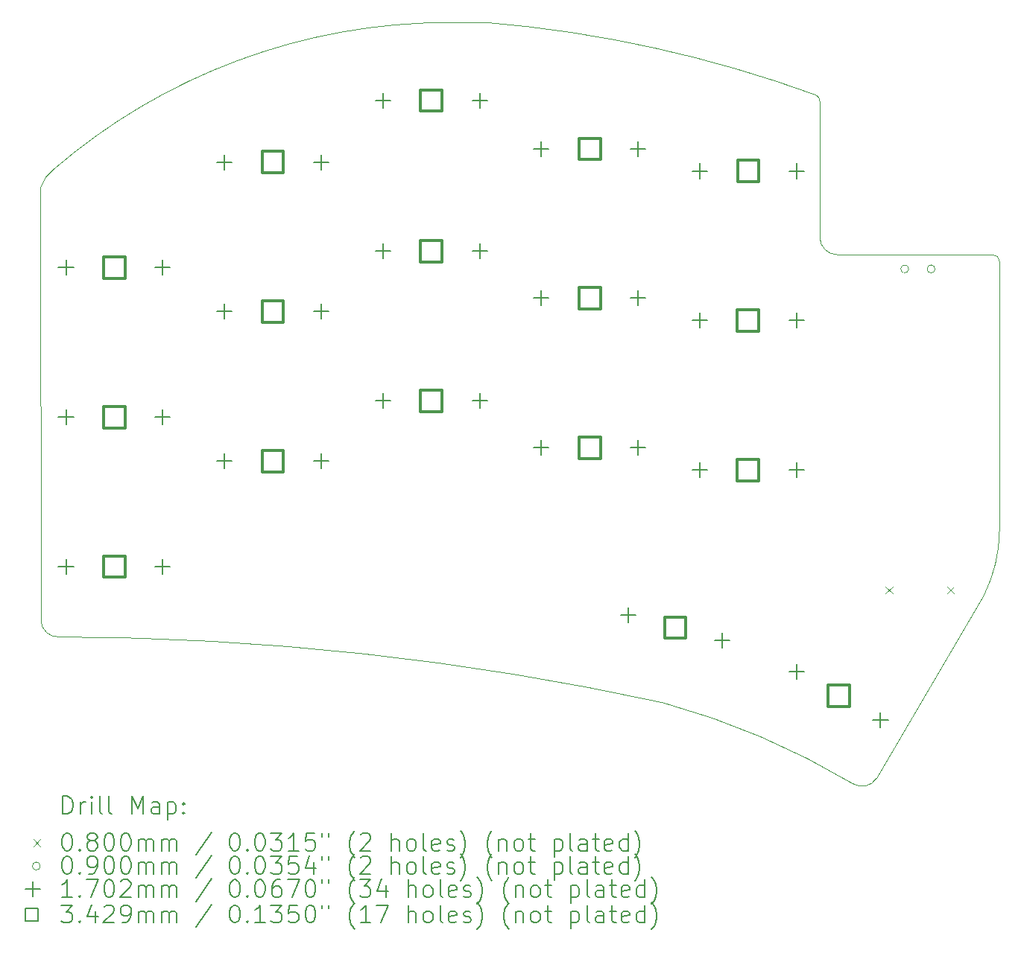
<source format=gbr>
%FSLAX45Y45*%
G04 Gerber Fmt 4.5, Leading zero omitted, Abs format (unit mm)*
G04 Created by KiCad (PCBNEW 6.99.0-a9ca49a600~144~ubuntu20.04.1) date 2022-01-03 10:19:23*
%MOMM*%
%LPD*%
G01*
G04 APERTURE LIST*
%TA.AperFunction,Profile*%
%ADD10C,0.050000*%
%TD*%
%ADD11C,0.200000*%
%ADD12C,0.080000*%
%ADD13C,0.090000*%
%ADD14C,0.170180*%
%ADD15C,0.342900*%
G04 APERTURE END LIST*
D10*
X12764700Y-6985000D02*
X12763500Y-7598785D01*
X12763500Y-6248400D02*
X12764700Y-6985000D01*
X6929178Y-1820068D02*
X6509039Y-1820614D01*
X12588830Y-8331200D02*
G75*
G03*
X12763500Y-7598785I-1502716J745410D01*
G01*
X12588830Y-8331200D02*
X11367000Y-10414927D01*
X6509039Y-1820614D02*
G75*
G03*
X2011700Y-3496300I0J-6873000D01*
G01*
X10925700Y-4461492D02*
X12688500Y-4461200D01*
X10722200Y-4268400D02*
X10722205Y-2713742D01*
X12763500Y-4536200D02*
X12763500Y-6248400D01*
X1873025Y-8624502D02*
G75*
G03*
X2076800Y-8808112I197800J14642D01*
G01*
X8940913Y-9556195D02*
G75*
G03*
X2076800Y-8808112I-6921917J-31647551D01*
G01*
X11093800Y-10474800D02*
G75*
G03*
X11367000Y-10414927I107000J165000D01*
G01*
X10678729Y-2645689D02*
G75*
G03*
X6929178Y-1820068I-4944285J-13527341D01*
G01*
X10722200Y-4268400D02*
G75*
G03*
X10925700Y-4461492I200000J7000D01*
G01*
X2011700Y-3496300D02*
G75*
G03*
X1869005Y-3697670I244500J-324500D01*
G01*
X11093800Y-10474800D02*
G75*
G03*
X8940913Y-9556195I-4431600J-7404000D01*
G01*
X10722205Y-2713742D02*
G75*
G03*
X10678729Y-2645689I-75000J0D01*
G01*
X1869005Y-3697670D02*
X1873025Y-8624502D01*
X12763500Y-4536200D02*
G75*
G03*
X12688500Y-4461200I-75000J0D01*
G01*
D11*
D12*
X11469800Y-8235000D02*
X11549800Y-8315000D01*
X11549800Y-8235000D02*
X11469800Y-8315000D01*
X12169800Y-8235000D02*
X12249800Y-8315000D01*
X12249800Y-8235000D02*
X12169800Y-8315000D01*
D13*
X11731400Y-4622800D02*
G75*
G03*
X11731400Y-4622800I-45000J0D01*
G01*
X12031400Y-4622800D02*
G75*
G03*
X12031400Y-4622800I-45000J0D01*
G01*
D14*
X2158000Y-4522910D02*
X2158000Y-4693090D01*
X2072910Y-4608000D02*
X2243090Y-4608000D01*
X2158000Y-6222910D02*
X2158000Y-6393090D01*
X2072910Y-6308000D02*
X2243090Y-6308000D01*
X2158000Y-7922910D02*
X2158000Y-8093090D01*
X2072910Y-8008000D02*
X2243090Y-8008000D01*
X3258000Y-4522910D02*
X3258000Y-4693090D01*
X3172910Y-4608000D02*
X3343090Y-4608000D01*
X3258000Y-6222910D02*
X3258000Y-6393090D01*
X3172910Y-6308000D02*
X3343090Y-6308000D01*
X3258000Y-7922910D02*
X3258000Y-8093090D01*
X3172910Y-8008000D02*
X3343090Y-8008000D01*
X3958000Y-3322910D02*
X3958000Y-3493090D01*
X3872910Y-3408000D02*
X4043090Y-3408000D01*
X3958000Y-5020310D02*
X3958000Y-5190490D01*
X3872910Y-5105400D02*
X4043090Y-5105400D01*
X3958000Y-6722110D02*
X3958000Y-6892290D01*
X3872910Y-6807200D02*
X4043090Y-6807200D01*
X5058000Y-3322910D02*
X5058000Y-3493090D01*
X4972910Y-3408000D02*
X5143090Y-3408000D01*
X5058000Y-5020310D02*
X5058000Y-5190490D01*
X4972910Y-5105400D02*
X5143090Y-5105400D01*
X5058000Y-6722110D02*
X5058000Y-6892290D01*
X4972910Y-6807200D02*
X5143090Y-6807200D01*
X5758000Y-2622910D02*
X5758000Y-2793090D01*
X5672910Y-2708000D02*
X5843090Y-2708000D01*
X5758000Y-4334510D02*
X5758000Y-4504690D01*
X5672910Y-4419600D02*
X5843090Y-4419600D01*
X5758000Y-6036310D02*
X5758000Y-6206490D01*
X5672910Y-6121400D02*
X5843090Y-6121400D01*
X6858000Y-2622910D02*
X6858000Y-2793090D01*
X6772910Y-2708000D02*
X6943090Y-2708000D01*
X6858000Y-4334510D02*
X6858000Y-4504690D01*
X6772910Y-4419600D02*
X6943090Y-4419600D01*
X6858000Y-6036310D02*
X6858000Y-6206490D01*
X6772910Y-6121400D02*
X6943090Y-6121400D01*
X7558000Y-3172910D02*
X7558000Y-3343090D01*
X7472910Y-3258000D02*
X7643090Y-3258000D01*
X7558000Y-4867910D02*
X7558000Y-5038090D01*
X7472910Y-4953000D02*
X7643090Y-4953000D01*
X7558000Y-6569710D02*
X7558000Y-6739890D01*
X7472910Y-6654800D02*
X7643090Y-6654800D01*
X8548341Y-8475560D02*
X8548341Y-8645740D01*
X8463251Y-8560650D02*
X8633431Y-8560650D01*
X8658000Y-3172910D02*
X8658000Y-3343090D01*
X8572910Y-3258000D02*
X8743090Y-3258000D01*
X8658000Y-4867910D02*
X8658000Y-5038090D01*
X8572910Y-4953000D02*
X8743090Y-4953000D01*
X8658000Y-6569710D02*
X8658000Y-6739890D01*
X8572910Y-6654800D02*
X8743090Y-6654800D01*
X9356000Y-5121910D02*
X9356000Y-5292090D01*
X9270910Y-5207000D02*
X9441090Y-5207000D01*
X9356000Y-6823710D02*
X9356000Y-6993890D01*
X9270910Y-6908800D02*
X9441090Y-6908800D01*
X9358000Y-3422910D02*
X9358000Y-3593090D01*
X9272910Y-3508000D02*
X9443090Y-3508000D01*
X9610859Y-8760261D02*
X9610859Y-8930441D01*
X9525769Y-8845351D02*
X9695949Y-8845351D01*
X10456000Y-5121910D02*
X10456000Y-5292090D01*
X10370910Y-5207000D02*
X10541090Y-5207000D01*
X10456000Y-6823710D02*
X10456000Y-6993890D01*
X10370910Y-6908800D02*
X10541090Y-6908800D01*
X10458000Y-3422910D02*
X10458000Y-3593090D01*
X10372910Y-3508000D02*
X10543090Y-3508000D01*
X10459286Y-9117910D02*
X10459286Y-9288090D01*
X10374196Y-9203000D02*
X10544376Y-9203000D01*
X11411914Y-9667910D02*
X11411914Y-9838090D01*
X11326824Y-9753000D02*
X11497004Y-9753000D01*
D15*
X2829235Y-4729235D02*
X2829235Y-4486765D01*
X2586765Y-4486765D01*
X2586765Y-4729235D01*
X2829235Y-4729235D01*
X2829235Y-6429235D02*
X2829235Y-6186765D01*
X2586765Y-6186765D01*
X2586765Y-6429235D01*
X2829235Y-6429235D01*
X2829235Y-8129235D02*
X2829235Y-7886765D01*
X2586765Y-7886765D01*
X2586765Y-8129235D01*
X2829235Y-8129235D01*
X4629235Y-3529235D02*
X4629235Y-3286765D01*
X4386765Y-3286765D01*
X4386765Y-3529235D01*
X4629235Y-3529235D01*
X4629235Y-5226635D02*
X4629235Y-4984165D01*
X4386765Y-4984165D01*
X4386765Y-5226635D01*
X4629235Y-5226635D01*
X4629235Y-6928435D02*
X4629235Y-6685965D01*
X4386765Y-6685965D01*
X4386765Y-6928435D01*
X4629235Y-6928435D01*
X6429235Y-2829235D02*
X6429235Y-2586765D01*
X6186765Y-2586765D01*
X6186765Y-2829235D01*
X6429235Y-2829235D01*
X6429235Y-4540835D02*
X6429235Y-4298365D01*
X6186765Y-4298365D01*
X6186765Y-4540835D01*
X6429235Y-4540835D01*
X6429235Y-6242635D02*
X6429235Y-6000165D01*
X6186765Y-6000165D01*
X6186765Y-6242635D01*
X6429235Y-6242635D01*
X8229235Y-3379235D02*
X8229235Y-3136765D01*
X7986765Y-3136765D01*
X7986765Y-3379235D01*
X8229235Y-3379235D01*
X8229235Y-5074235D02*
X8229235Y-4831765D01*
X7986765Y-4831765D01*
X7986765Y-5074235D01*
X8229235Y-5074235D01*
X8229235Y-6776035D02*
X8229235Y-6533565D01*
X7986765Y-6533565D01*
X7986765Y-6776035D01*
X8229235Y-6776035D01*
X9200835Y-8824235D02*
X9200835Y-8581765D01*
X8958365Y-8581765D01*
X8958365Y-8824235D01*
X9200835Y-8824235D01*
X10027235Y-5328235D02*
X10027235Y-5085765D01*
X9784765Y-5085765D01*
X9784765Y-5328235D01*
X10027235Y-5328235D01*
X10027235Y-7030035D02*
X10027235Y-6787565D01*
X9784765Y-6787565D01*
X9784765Y-7030035D01*
X10027235Y-7030035D01*
X10029235Y-3629235D02*
X10029235Y-3386765D01*
X9786765Y-3386765D01*
X9786765Y-3629235D01*
X10029235Y-3629235D01*
X11056835Y-9599235D02*
X11056835Y-9356765D01*
X10814365Y-9356765D01*
X10814365Y-9599235D01*
X11056835Y-9599235D01*
D11*
X2124125Y-10819433D02*
X2124125Y-10619433D01*
X2171744Y-10619433D01*
X2200315Y-10628957D01*
X2219363Y-10648005D01*
X2228886Y-10667052D01*
X2238410Y-10705148D01*
X2238410Y-10733719D01*
X2228886Y-10771814D01*
X2219363Y-10790862D01*
X2200315Y-10809909D01*
X2171744Y-10819433D01*
X2124125Y-10819433D01*
X2324125Y-10819433D02*
X2324125Y-10686100D01*
X2324125Y-10724195D02*
X2333648Y-10705148D01*
X2343172Y-10695624D01*
X2362220Y-10686100D01*
X2381267Y-10686100D01*
X2447934Y-10819433D02*
X2447934Y-10686100D01*
X2447934Y-10619433D02*
X2438410Y-10628957D01*
X2447934Y-10638481D01*
X2457458Y-10628957D01*
X2447934Y-10619433D01*
X2447934Y-10638481D01*
X2571744Y-10819433D02*
X2552696Y-10809909D01*
X2543172Y-10790862D01*
X2543172Y-10619433D01*
X2676506Y-10819433D02*
X2657458Y-10809909D01*
X2647934Y-10790862D01*
X2647934Y-10619433D01*
X2905077Y-10819433D02*
X2905077Y-10619433D01*
X2971743Y-10762290D01*
X3038410Y-10619433D01*
X3038410Y-10819433D01*
X3219363Y-10819433D02*
X3219363Y-10714671D01*
X3209839Y-10695624D01*
X3190791Y-10686100D01*
X3152696Y-10686100D01*
X3133648Y-10695624D01*
X3219363Y-10809909D02*
X3200315Y-10819433D01*
X3152696Y-10819433D01*
X3133648Y-10809909D01*
X3124124Y-10790862D01*
X3124124Y-10771814D01*
X3133648Y-10752767D01*
X3152696Y-10743243D01*
X3200315Y-10743243D01*
X3219363Y-10733719D01*
X3314601Y-10686100D02*
X3314601Y-10886100D01*
X3314601Y-10695624D02*
X3333648Y-10686100D01*
X3371743Y-10686100D01*
X3390791Y-10695624D01*
X3400315Y-10705148D01*
X3409839Y-10724195D01*
X3409839Y-10781338D01*
X3400315Y-10800386D01*
X3390791Y-10809909D01*
X3371743Y-10819433D01*
X3333648Y-10819433D01*
X3314601Y-10809909D01*
X3495553Y-10800386D02*
X3505077Y-10809909D01*
X3495553Y-10819433D01*
X3486029Y-10809909D01*
X3495553Y-10800386D01*
X3495553Y-10819433D01*
X3495553Y-10695624D02*
X3505077Y-10705148D01*
X3495553Y-10714671D01*
X3486029Y-10705148D01*
X3495553Y-10695624D01*
X3495553Y-10714671D01*
D12*
X1786505Y-11108957D02*
X1866505Y-11188957D01*
X1866505Y-11108957D02*
X1786505Y-11188957D01*
D11*
X2162220Y-11039433D02*
X2181267Y-11039433D01*
X2200315Y-11048957D01*
X2209839Y-11058481D01*
X2219363Y-11077529D01*
X2228886Y-11115624D01*
X2228886Y-11163243D01*
X2219363Y-11201338D01*
X2209839Y-11220386D01*
X2200315Y-11229909D01*
X2181267Y-11239433D01*
X2162220Y-11239433D01*
X2143172Y-11229909D01*
X2133648Y-11220386D01*
X2124125Y-11201338D01*
X2114601Y-11163243D01*
X2114601Y-11115624D01*
X2124125Y-11077529D01*
X2133648Y-11058481D01*
X2143172Y-11048957D01*
X2162220Y-11039433D01*
X2314601Y-11220386D02*
X2324125Y-11229909D01*
X2314601Y-11239433D01*
X2305077Y-11229909D01*
X2314601Y-11220386D01*
X2314601Y-11239433D01*
X2438410Y-11125148D02*
X2419363Y-11115624D01*
X2409839Y-11106100D01*
X2400315Y-11087052D01*
X2400315Y-11077529D01*
X2409839Y-11058481D01*
X2419363Y-11048957D01*
X2438410Y-11039433D01*
X2476506Y-11039433D01*
X2495553Y-11048957D01*
X2505077Y-11058481D01*
X2514601Y-11077529D01*
X2514601Y-11087052D01*
X2505077Y-11106100D01*
X2495553Y-11115624D01*
X2476506Y-11125148D01*
X2438410Y-11125148D01*
X2419363Y-11134671D01*
X2409839Y-11144195D01*
X2400315Y-11163243D01*
X2400315Y-11201338D01*
X2409839Y-11220386D01*
X2419363Y-11229909D01*
X2438410Y-11239433D01*
X2476506Y-11239433D01*
X2495553Y-11229909D01*
X2505077Y-11220386D01*
X2514601Y-11201338D01*
X2514601Y-11163243D01*
X2505077Y-11144195D01*
X2495553Y-11134671D01*
X2476506Y-11125148D01*
X2638410Y-11039433D02*
X2657458Y-11039433D01*
X2676506Y-11048957D01*
X2686029Y-11058481D01*
X2695553Y-11077529D01*
X2705077Y-11115624D01*
X2705077Y-11163243D01*
X2695553Y-11201338D01*
X2686029Y-11220386D01*
X2676506Y-11229909D01*
X2657458Y-11239433D01*
X2638410Y-11239433D01*
X2619363Y-11229909D01*
X2609839Y-11220386D01*
X2600315Y-11201338D01*
X2590791Y-11163243D01*
X2590791Y-11115624D01*
X2600315Y-11077529D01*
X2609839Y-11058481D01*
X2619363Y-11048957D01*
X2638410Y-11039433D01*
X2828886Y-11039433D02*
X2847934Y-11039433D01*
X2866982Y-11048957D01*
X2876505Y-11058481D01*
X2886029Y-11077529D01*
X2895553Y-11115624D01*
X2895553Y-11163243D01*
X2886029Y-11201338D01*
X2876505Y-11220386D01*
X2866982Y-11229909D01*
X2847934Y-11239433D01*
X2828886Y-11239433D01*
X2809839Y-11229909D01*
X2800315Y-11220386D01*
X2790791Y-11201338D01*
X2781267Y-11163243D01*
X2781267Y-11115624D01*
X2790791Y-11077529D01*
X2800315Y-11058481D01*
X2809839Y-11048957D01*
X2828886Y-11039433D01*
X2981267Y-11239433D02*
X2981267Y-11106100D01*
X2981267Y-11125148D02*
X2990791Y-11115624D01*
X3009839Y-11106100D01*
X3038410Y-11106100D01*
X3057458Y-11115624D01*
X3066982Y-11134671D01*
X3066982Y-11239433D01*
X3066982Y-11134671D02*
X3076505Y-11115624D01*
X3095553Y-11106100D01*
X3124124Y-11106100D01*
X3143172Y-11115624D01*
X3152696Y-11134671D01*
X3152696Y-11239433D01*
X3247934Y-11239433D02*
X3247934Y-11106100D01*
X3247934Y-11125148D02*
X3257458Y-11115624D01*
X3276505Y-11106100D01*
X3305077Y-11106100D01*
X3324124Y-11115624D01*
X3333648Y-11134671D01*
X3333648Y-11239433D01*
X3333648Y-11134671D02*
X3343172Y-11115624D01*
X3362220Y-11106100D01*
X3390791Y-11106100D01*
X3409839Y-11115624D01*
X3419363Y-11134671D01*
X3419363Y-11239433D01*
X3809839Y-11029909D02*
X3638410Y-11287052D01*
X4066982Y-11039433D02*
X4086029Y-11039433D01*
X4105077Y-11048957D01*
X4114601Y-11058481D01*
X4124124Y-11077529D01*
X4133648Y-11115624D01*
X4133648Y-11163243D01*
X4124124Y-11201338D01*
X4114601Y-11220386D01*
X4105077Y-11229909D01*
X4086029Y-11239433D01*
X4066982Y-11239433D01*
X4047934Y-11229909D01*
X4038410Y-11220386D01*
X4028886Y-11201338D01*
X4019363Y-11163243D01*
X4019363Y-11115624D01*
X4028886Y-11077529D01*
X4038410Y-11058481D01*
X4047934Y-11048957D01*
X4066982Y-11039433D01*
X4219363Y-11220386D02*
X4228886Y-11229909D01*
X4219363Y-11239433D01*
X4209839Y-11229909D01*
X4219363Y-11220386D01*
X4219363Y-11239433D01*
X4352696Y-11039433D02*
X4371744Y-11039433D01*
X4390791Y-11048957D01*
X4400315Y-11058481D01*
X4409839Y-11077529D01*
X4419363Y-11115624D01*
X4419363Y-11163243D01*
X4409839Y-11201338D01*
X4400315Y-11220386D01*
X4390791Y-11229909D01*
X4371744Y-11239433D01*
X4352696Y-11239433D01*
X4333648Y-11229909D01*
X4324125Y-11220386D01*
X4314601Y-11201338D01*
X4305077Y-11163243D01*
X4305077Y-11115624D01*
X4314601Y-11077529D01*
X4324125Y-11058481D01*
X4333648Y-11048957D01*
X4352696Y-11039433D01*
X4486029Y-11039433D02*
X4609839Y-11039433D01*
X4543172Y-11115624D01*
X4571744Y-11115624D01*
X4590791Y-11125148D01*
X4600315Y-11134671D01*
X4609839Y-11153719D01*
X4609839Y-11201338D01*
X4600315Y-11220386D01*
X4590791Y-11229909D01*
X4571744Y-11239433D01*
X4514601Y-11239433D01*
X4495553Y-11229909D01*
X4486029Y-11220386D01*
X4800315Y-11239433D02*
X4686029Y-11239433D01*
X4743172Y-11239433D02*
X4743172Y-11039433D01*
X4724125Y-11068005D01*
X4705077Y-11087052D01*
X4686029Y-11096576D01*
X4981267Y-11039433D02*
X4886029Y-11039433D01*
X4876505Y-11134671D01*
X4886029Y-11125148D01*
X4905077Y-11115624D01*
X4952696Y-11115624D01*
X4971744Y-11125148D01*
X4981267Y-11134671D01*
X4990791Y-11153719D01*
X4990791Y-11201338D01*
X4981267Y-11220386D01*
X4971744Y-11229909D01*
X4952696Y-11239433D01*
X4905077Y-11239433D01*
X4886029Y-11229909D01*
X4876505Y-11220386D01*
X5066982Y-11039433D02*
X5066982Y-11077529D01*
X5143172Y-11039433D02*
X5143172Y-11077529D01*
X5438410Y-11315624D02*
X5428886Y-11306100D01*
X5409839Y-11277528D01*
X5400315Y-11258481D01*
X5390791Y-11229909D01*
X5381267Y-11182290D01*
X5381267Y-11144195D01*
X5390791Y-11096576D01*
X5400315Y-11068005D01*
X5409839Y-11048957D01*
X5428886Y-11020386D01*
X5438410Y-11010862D01*
X5505077Y-11058481D02*
X5514601Y-11048957D01*
X5533648Y-11039433D01*
X5581267Y-11039433D01*
X5600315Y-11048957D01*
X5609839Y-11058481D01*
X5619363Y-11077529D01*
X5619363Y-11096576D01*
X5609839Y-11125148D01*
X5495553Y-11239433D01*
X5619363Y-11239433D01*
X5857458Y-11239433D02*
X5857458Y-11039433D01*
X5943172Y-11239433D02*
X5943172Y-11134671D01*
X5933648Y-11115624D01*
X5914601Y-11106100D01*
X5886029Y-11106100D01*
X5866982Y-11115624D01*
X5857458Y-11125148D01*
X6066982Y-11239433D02*
X6047934Y-11229909D01*
X6038410Y-11220386D01*
X6028886Y-11201338D01*
X6028886Y-11144195D01*
X6038410Y-11125148D01*
X6047934Y-11115624D01*
X6066982Y-11106100D01*
X6095553Y-11106100D01*
X6114601Y-11115624D01*
X6124124Y-11125148D01*
X6133648Y-11144195D01*
X6133648Y-11201338D01*
X6124124Y-11220386D01*
X6114601Y-11229909D01*
X6095553Y-11239433D01*
X6066982Y-11239433D01*
X6247934Y-11239433D02*
X6228886Y-11229909D01*
X6219363Y-11210862D01*
X6219363Y-11039433D01*
X6400315Y-11229909D02*
X6381267Y-11239433D01*
X6343172Y-11239433D01*
X6324124Y-11229909D01*
X6314601Y-11210862D01*
X6314601Y-11134671D01*
X6324124Y-11115624D01*
X6343172Y-11106100D01*
X6381267Y-11106100D01*
X6400315Y-11115624D01*
X6409839Y-11134671D01*
X6409839Y-11153719D01*
X6314601Y-11172767D01*
X6486029Y-11229909D02*
X6505077Y-11239433D01*
X6543172Y-11239433D01*
X6562220Y-11229909D01*
X6571743Y-11210862D01*
X6571743Y-11201338D01*
X6562220Y-11182290D01*
X6543172Y-11172767D01*
X6514601Y-11172767D01*
X6495553Y-11163243D01*
X6486029Y-11144195D01*
X6486029Y-11134671D01*
X6495553Y-11115624D01*
X6514601Y-11106100D01*
X6543172Y-11106100D01*
X6562220Y-11115624D01*
X6638410Y-11315624D02*
X6647934Y-11306100D01*
X6666982Y-11277528D01*
X6676505Y-11258481D01*
X6686029Y-11229909D01*
X6695553Y-11182290D01*
X6695553Y-11144195D01*
X6686029Y-11096576D01*
X6676505Y-11068005D01*
X6666982Y-11048957D01*
X6647934Y-11020386D01*
X6638410Y-11010862D01*
X7000315Y-11315624D02*
X6990791Y-11306100D01*
X6971743Y-11277528D01*
X6962220Y-11258481D01*
X6952696Y-11229909D01*
X6943172Y-11182290D01*
X6943172Y-11144195D01*
X6952696Y-11096576D01*
X6962220Y-11068005D01*
X6971743Y-11048957D01*
X6990791Y-11020386D01*
X7000315Y-11010862D01*
X7076505Y-11106100D02*
X7076505Y-11239433D01*
X7076505Y-11125148D02*
X7086029Y-11115624D01*
X7105077Y-11106100D01*
X7133648Y-11106100D01*
X7152696Y-11115624D01*
X7162220Y-11134671D01*
X7162220Y-11239433D01*
X7286029Y-11239433D02*
X7266982Y-11229909D01*
X7257458Y-11220386D01*
X7247934Y-11201338D01*
X7247934Y-11144195D01*
X7257458Y-11125148D01*
X7266982Y-11115624D01*
X7286029Y-11106100D01*
X7314601Y-11106100D01*
X7333648Y-11115624D01*
X7343172Y-11125148D01*
X7352696Y-11144195D01*
X7352696Y-11201338D01*
X7343172Y-11220386D01*
X7333648Y-11229909D01*
X7314601Y-11239433D01*
X7286029Y-11239433D01*
X7409839Y-11106100D02*
X7486029Y-11106100D01*
X7438410Y-11039433D02*
X7438410Y-11210862D01*
X7447934Y-11229909D01*
X7466982Y-11239433D01*
X7486029Y-11239433D01*
X7705077Y-11106100D02*
X7705077Y-11306100D01*
X7705077Y-11115624D02*
X7724124Y-11106100D01*
X7762220Y-11106100D01*
X7781267Y-11115624D01*
X7790791Y-11125148D01*
X7800315Y-11144195D01*
X7800315Y-11201338D01*
X7790791Y-11220386D01*
X7781267Y-11229909D01*
X7762220Y-11239433D01*
X7724124Y-11239433D01*
X7705077Y-11229909D01*
X7914601Y-11239433D02*
X7895553Y-11229909D01*
X7886029Y-11210862D01*
X7886029Y-11039433D01*
X8076505Y-11239433D02*
X8076505Y-11134671D01*
X8066982Y-11115624D01*
X8047934Y-11106100D01*
X8009839Y-11106100D01*
X7990791Y-11115624D01*
X8076505Y-11229909D02*
X8057458Y-11239433D01*
X8009839Y-11239433D01*
X7990791Y-11229909D01*
X7981267Y-11210862D01*
X7981267Y-11191814D01*
X7990791Y-11172767D01*
X8009839Y-11163243D01*
X8057458Y-11163243D01*
X8076505Y-11153719D01*
X8143172Y-11106100D02*
X8219363Y-11106100D01*
X8171743Y-11039433D02*
X8171743Y-11210862D01*
X8181267Y-11229909D01*
X8200315Y-11239433D01*
X8219363Y-11239433D01*
X8362220Y-11229909D02*
X8343172Y-11239433D01*
X8305077Y-11239433D01*
X8286029Y-11229909D01*
X8276505Y-11210862D01*
X8276505Y-11134671D01*
X8286029Y-11115624D01*
X8305077Y-11106100D01*
X8343172Y-11106100D01*
X8362220Y-11115624D01*
X8371743Y-11134671D01*
X8371743Y-11153719D01*
X8276505Y-11172767D01*
X8543172Y-11239433D02*
X8543172Y-11039433D01*
X8543172Y-11229909D02*
X8524125Y-11239433D01*
X8486029Y-11239433D01*
X8466982Y-11229909D01*
X8457458Y-11220386D01*
X8447934Y-11201338D01*
X8447934Y-11144195D01*
X8457458Y-11125148D01*
X8466982Y-11115624D01*
X8486029Y-11106100D01*
X8524125Y-11106100D01*
X8543172Y-11115624D01*
X8619363Y-11315624D02*
X8628886Y-11306100D01*
X8647934Y-11277528D01*
X8657458Y-11258481D01*
X8666982Y-11229909D01*
X8676505Y-11182290D01*
X8676505Y-11144195D01*
X8666982Y-11096576D01*
X8657458Y-11068005D01*
X8647934Y-11048957D01*
X8628886Y-11020386D01*
X8619363Y-11010862D01*
D13*
X1866505Y-11412957D02*
G75*
G03*
X1866505Y-11412957I-45000J0D01*
G01*
D11*
X2162220Y-11303433D02*
X2181267Y-11303433D01*
X2200315Y-11312957D01*
X2209839Y-11322481D01*
X2219363Y-11341528D01*
X2228886Y-11379624D01*
X2228886Y-11427243D01*
X2219363Y-11465338D01*
X2209839Y-11484386D01*
X2200315Y-11493909D01*
X2181267Y-11503433D01*
X2162220Y-11503433D01*
X2143172Y-11493909D01*
X2133648Y-11484386D01*
X2124125Y-11465338D01*
X2114601Y-11427243D01*
X2114601Y-11379624D01*
X2124125Y-11341528D01*
X2133648Y-11322481D01*
X2143172Y-11312957D01*
X2162220Y-11303433D01*
X2314601Y-11484386D02*
X2324125Y-11493909D01*
X2314601Y-11503433D01*
X2305077Y-11493909D01*
X2314601Y-11484386D01*
X2314601Y-11503433D01*
X2419363Y-11503433D02*
X2457458Y-11503433D01*
X2476506Y-11493909D01*
X2486029Y-11484386D01*
X2505077Y-11455814D01*
X2514601Y-11417719D01*
X2514601Y-11341528D01*
X2505077Y-11322481D01*
X2495553Y-11312957D01*
X2476506Y-11303433D01*
X2438410Y-11303433D01*
X2419363Y-11312957D01*
X2409839Y-11322481D01*
X2400315Y-11341528D01*
X2400315Y-11389147D01*
X2409839Y-11408195D01*
X2419363Y-11417719D01*
X2438410Y-11427243D01*
X2476506Y-11427243D01*
X2495553Y-11417719D01*
X2505077Y-11408195D01*
X2514601Y-11389147D01*
X2638410Y-11303433D02*
X2657458Y-11303433D01*
X2676506Y-11312957D01*
X2686029Y-11322481D01*
X2695553Y-11341528D01*
X2705077Y-11379624D01*
X2705077Y-11427243D01*
X2695553Y-11465338D01*
X2686029Y-11484386D01*
X2676506Y-11493909D01*
X2657458Y-11503433D01*
X2638410Y-11503433D01*
X2619363Y-11493909D01*
X2609839Y-11484386D01*
X2600315Y-11465338D01*
X2590791Y-11427243D01*
X2590791Y-11379624D01*
X2600315Y-11341528D01*
X2609839Y-11322481D01*
X2619363Y-11312957D01*
X2638410Y-11303433D01*
X2828886Y-11303433D02*
X2847934Y-11303433D01*
X2866982Y-11312957D01*
X2876505Y-11322481D01*
X2886029Y-11341528D01*
X2895553Y-11379624D01*
X2895553Y-11427243D01*
X2886029Y-11465338D01*
X2876505Y-11484386D01*
X2866982Y-11493909D01*
X2847934Y-11503433D01*
X2828886Y-11503433D01*
X2809839Y-11493909D01*
X2800315Y-11484386D01*
X2790791Y-11465338D01*
X2781267Y-11427243D01*
X2781267Y-11379624D01*
X2790791Y-11341528D01*
X2800315Y-11322481D01*
X2809839Y-11312957D01*
X2828886Y-11303433D01*
X2981267Y-11503433D02*
X2981267Y-11370100D01*
X2981267Y-11389147D02*
X2990791Y-11379624D01*
X3009839Y-11370100D01*
X3038410Y-11370100D01*
X3057458Y-11379624D01*
X3066982Y-11398671D01*
X3066982Y-11503433D01*
X3066982Y-11398671D02*
X3076505Y-11379624D01*
X3095553Y-11370100D01*
X3124124Y-11370100D01*
X3143172Y-11379624D01*
X3152696Y-11398671D01*
X3152696Y-11503433D01*
X3247934Y-11503433D02*
X3247934Y-11370100D01*
X3247934Y-11389147D02*
X3257458Y-11379624D01*
X3276505Y-11370100D01*
X3305077Y-11370100D01*
X3324124Y-11379624D01*
X3333648Y-11398671D01*
X3333648Y-11503433D01*
X3333648Y-11398671D02*
X3343172Y-11379624D01*
X3362220Y-11370100D01*
X3390791Y-11370100D01*
X3409839Y-11379624D01*
X3419363Y-11398671D01*
X3419363Y-11503433D01*
X3809839Y-11293909D02*
X3638410Y-11551052D01*
X4066982Y-11303433D02*
X4086029Y-11303433D01*
X4105077Y-11312957D01*
X4114601Y-11322481D01*
X4124124Y-11341528D01*
X4133648Y-11379624D01*
X4133648Y-11427243D01*
X4124124Y-11465338D01*
X4114601Y-11484386D01*
X4105077Y-11493909D01*
X4086029Y-11503433D01*
X4066982Y-11503433D01*
X4047934Y-11493909D01*
X4038410Y-11484386D01*
X4028886Y-11465338D01*
X4019363Y-11427243D01*
X4019363Y-11379624D01*
X4028886Y-11341528D01*
X4038410Y-11322481D01*
X4047934Y-11312957D01*
X4066982Y-11303433D01*
X4219363Y-11484386D02*
X4228886Y-11493909D01*
X4219363Y-11503433D01*
X4209839Y-11493909D01*
X4219363Y-11484386D01*
X4219363Y-11503433D01*
X4352696Y-11303433D02*
X4371744Y-11303433D01*
X4390791Y-11312957D01*
X4400315Y-11322481D01*
X4409839Y-11341528D01*
X4419363Y-11379624D01*
X4419363Y-11427243D01*
X4409839Y-11465338D01*
X4400315Y-11484386D01*
X4390791Y-11493909D01*
X4371744Y-11503433D01*
X4352696Y-11503433D01*
X4333648Y-11493909D01*
X4324125Y-11484386D01*
X4314601Y-11465338D01*
X4305077Y-11427243D01*
X4305077Y-11379624D01*
X4314601Y-11341528D01*
X4324125Y-11322481D01*
X4333648Y-11312957D01*
X4352696Y-11303433D01*
X4486029Y-11303433D02*
X4609839Y-11303433D01*
X4543172Y-11379624D01*
X4571744Y-11379624D01*
X4590791Y-11389147D01*
X4600315Y-11398671D01*
X4609839Y-11417719D01*
X4609839Y-11465338D01*
X4600315Y-11484386D01*
X4590791Y-11493909D01*
X4571744Y-11503433D01*
X4514601Y-11503433D01*
X4495553Y-11493909D01*
X4486029Y-11484386D01*
X4790791Y-11303433D02*
X4695553Y-11303433D01*
X4686029Y-11398671D01*
X4695553Y-11389147D01*
X4714601Y-11379624D01*
X4762220Y-11379624D01*
X4781267Y-11389147D01*
X4790791Y-11398671D01*
X4800315Y-11417719D01*
X4800315Y-11465338D01*
X4790791Y-11484386D01*
X4781267Y-11493909D01*
X4762220Y-11503433D01*
X4714601Y-11503433D01*
X4695553Y-11493909D01*
X4686029Y-11484386D01*
X4971744Y-11370100D02*
X4971744Y-11503433D01*
X4924125Y-11293909D02*
X4876505Y-11436767D01*
X5000315Y-11436767D01*
X5066982Y-11303433D02*
X5066982Y-11341528D01*
X5143172Y-11303433D02*
X5143172Y-11341528D01*
X5438410Y-11579624D02*
X5428886Y-11570100D01*
X5409839Y-11541528D01*
X5400315Y-11522481D01*
X5390791Y-11493909D01*
X5381267Y-11446290D01*
X5381267Y-11408195D01*
X5390791Y-11360576D01*
X5400315Y-11332005D01*
X5409839Y-11312957D01*
X5428886Y-11284386D01*
X5438410Y-11274862D01*
X5505077Y-11322481D02*
X5514601Y-11312957D01*
X5533648Y-11303433D01*
X5581267Y-11303433D01*
X5600315Y-11312957D01*
X5609839Y-11322481D01*
X5619363Y-11341528D01*
X5619363Y-11360576D01*
X5609839Y-11389147D01*
X5495553Y-11503433D01*
X5619363Y-11503433D01*
X5857458Y-11503433D02*
X5857458Y-11303433D01*
X5943172Y-11503433D02*
X5943172Y-11398671D01*
X5933648Y-11379624D01*
X5914601Y-11370100D01*
X5886029Y-11370100D01*
X5866982Y-11379624D01*
X5857458Y-11389147D01*
X6066982Y-11503433D02*
X6047934Y-11493909D01*
X6038410Y-11484386D01*
X6028886Y-11465338D01*
X6028886Y-11408195D01*
X6038410Y-11389147D01*
X6047934Y-11379624D01*
X6066982Y-11370100D01*
X6095553Y-11370100D01*
X6114601Y-11379624D01*
X6124124Y-11389147D01*
X6133648Y-11408195D01*
X6133648Y-11465338D01*
X6124124Y-11484386D01*
X6114601Y-11493909D01*
X6095553Y-11503433D01*
X6066982Y-11503433D01*
X6247934Y-11503433D02*
X6228886Y-11493909D01*
X6219363Y-11474862D01*
X6219363Y-11303433D01*
X6400315Y-11493909D02*
X6381267Y-11503433D01*
X6343172Y-11503433D01*
X6324124Y-11493909D01*
X6314601Y-11474862D01*
X6314601Y-11398671D01*
X6324124Y-11379624D01*
X6343172Y-11370100D01*
X6381267Y-11370100D01*
X6400315Y-11379624D01*
X6409839Y-11398671D01*
X6409839Y-11417719D01*
X6314601Y-11436767D01*
X6486029Y-11493909D02*
X6505077Y-11503433D01*
X6543172Y-11503433D01*
X6562220Y-11493909D01*
X6571743Y-11474862D01*
X6571743Y-11465338D01*
X6562220Y-11446290D01*
X6543172Y-11436767D01*
X6514601Y-11436767D01*
X6495553Y-11427243D01*
X6486029Y-11408195D01*
X6486029Y-11398671D01*
X6495553Y-11379624D01*
X6514601Y-11370100D01*
X6543172Y-11370100D01*
X6562220Y-11379624D01*
X6638410Y-11579624D02*
X6647934Y-11570100D01*
X6666982Y-11541528D01*
X6676505Y-11522481D01*
X6686029Y-11493909D01*
X6695553Y-11446290D01*
X6695553Y-11408195D01*
X6686029Y-11360576D01*
X6676505Y-11332005D01*
X6666982Y-11312957D01*
X6647934Y-11284386D01*
X6638410Y-11274862D01*
X7000315Y-11579624D02*
X6990791Y-11570100D01*
X6971743Y-11541528D01*
X6962220Y-11522481D01*
X6952696Y-11493909D01*
X6943172Y-11446290D01*
X6943172Y-11408195D01*
X6952696Y-11360576D01*
X6962220Y-11332005D01*
X6971743Y-11312957D01*
X6990791Y-11284386D01*
X7000315Y-11274862D01*
X7076505Y-11370100D02*
X7076505Y-11503433D01*
X7076505Y-11389147D02*
X7086029Y-11379624D01*
X7105077Y-11370100D01*
X7133648Y-11370100D01*
X7152696Y-11379624D01*
X7162220Y-11398671D01*
X7162220Y-11503433D01*
X7286029Y-11503433D02*
X7266982Y-11493909D01*
X7257458Y-11484386D01*
X7247934Y-11465338D01*
X7247934Y-11408195D01*
X7257458Y-11389147D01*
X7266982Y-11379624D01*
X7286029Y-11370100D01*
X7314601Y-11370100D01*
X7333648Y-11379624D01*
X7343172Y-11389147D01*
X7352696Y-11408195D01*
X7352696Y-11465338D01*
X7343172Y-11484386D01*
X7333648Y-11493909D01*
X7314601Y-11503433D01*
X7286029Y-11503433D01*
X7409839Y-11370100D02*
X7486029Y-11370100D01*
X7438410Y-11303433D02*
X7438410Y-11474862D01*
X7447934Y-11493909D01*
X7466982Y-11503433D01*
X7486029Y-11503433D01*
X7705077Y-11370100D02*
X7705077Y-11570100D01*
X7705077Y-11379624D02*
X7724124Y-11370100D01*
X7762220Y-11370100D01*
X7781267Y-11379624D01*
X7790791Y-11389147D01*
X7800315Y-11408195D01*
X7800315Y-11465338D01*
X7790791Y-11484386D01*
X7781267Y-11493909D01*
X7762220Y-11503433D01*
X7724124Y-11503433D01*
X7705077Y-11493909D01*
X7914601Y-11503433D02*
X7895553Y-11493909D01*
X7886029Y-11474862D01*
X7886029Y-11303433D01*
X8076505Y-11503433D02*
X8076505Y-11398671D01*
X8066982Y-11379624D01*
X8047934Y-11370100D01*
X8009839Y-11370100D01*
X7990791Y-11379624D01*
X8076505Y-11493909D02*
X8057458Y-11503433D01*
X8009839Y-11503433D01*
X7990791Y-11493909D01*
X7981267Y-11474862D01*
X7981267Y-11455814D01*
X7990791Y-11436767D01*
X8009839Y-11427243D01*
X8057458Y-11427243D01*
X8076505Y-11417719D01*
X8143172Y-11370100D02*
X8219363Y-11370100D01*
X8171743Y-11303433D02*
X8171743Y-11474862D01*
X8181267Y-11493909D01*
X8200315Y-11503433D01*
X8219363Y-11503433D01*
X8362220Y-11493909D02*
X8343172Y-11503433D01*
X8305077Y-11503433D01*
X8286029Y-11493909D01*
X8276505Y-11474862D01*
X8276505Y-11398671D01*
X8286029Y-11379624D01*
X8305077Y-11370100D01*
X8343172Y-11370100D01*
X8362220Y-11379624D01*
X8371743Y-11398671D01*
X8371743Y-11417719D01*
X8276505Y-11436767D01*
X8543172Y-11503433D02*
X8543172Y-11303433D01*
X8543172Y-11493909D02*
X8524125Y-11503433D01*
X8486029Y-11503433D01*
X8466982Y-11493909D01*
X8457458Y-11484386D01*
X8447934Y-11465338D01*
X8447934Y-11408195D01*
X8457458Y-11389147D01*
X8466982Y-11379624D01*
X8486029Y-11370100D01*
X8524125Y-11370100D01*
X8543172Y-11379624D01*
X8619363Y-11579624D02*
X8628886Y-11570100D01*
X8647934Y-11541528D01*
X8657458Y-11522481D01*
X8666982Y-11493909D01*
X8676505Y-11446290D01*
X8676505Y-11408195D01*
X8666982Y-11360576D01*
X8657458Y-11332005D01*
X8647934Y-11312957D01*
X8628886Y-11284386D01*
X8619363Y-11274862D01*
D14*
X1781415Y-11591867D02*
X1781415Y-11762047D01*
X1696325Y-11676957D02*
X1866505Y-11676957D01*
D11*
X2228886Y-11767433D02*
X2114601Y-11767433D01*
X2171744Y-11767433D02*
X2171744Y-11567433D01*
X2152696Y-11596005D01*
X2133648Y-11615052D01*
X2114601Y-11624576D01*
X2314601Y-11748386D02*
X2324125Y-11757909D01*
X2314601Y-11767433D01*
X2305077Y-11757909D01*
X2314601Y-11748386D01*
X2314601Y-11767433D01*
X2390791Y-11567433D02*
X2524125Y-11567433D01*
X2438410Y-11767433D01*
X2638410Y-11567433D02*
X2657458Y-11567433D01*
X2676506Y-11576957D01*
X2686029Y-11586481D01*
X2695553Y-11605528D01*
X2705077Y-11643624D01*
X2705077Y-11691243D01*
X2695553Y-11729338D01*
X2686029Y-11748386D01*
X2676506Y-11757909D01*
X2657458Y-11767433D01*
X2638410Y-11767433D01*
X2619363Y-11757909D01*
X2609839Y-11748386D01*
X2600315Y-11729338D01*
X2590791Y-11691243D01*
X2590791Y-11643624D01*
X2600315Y-11605528D01*
X2609839Y-11586481D01*
X2619363Y-11576957D01*
X2638410Y-11567433D01*
X2781267Y-11586481D02*
X2790791Y-11576957D01*
X2809839Y-11567433D01*
X2857458Y-11567433D01*
X2876505Y-11576957D01*
X2886029Y-11586481D01*
X2895553Y-11605528D01*
X2895553Y-11624576D01*
X2886029Y-11653147D01*
X2771744Y-11767433D01*
X2895553Y-11767433D01*
X2981267Y-11767433D02*
X2981267Y-11634100D01*
X2981267Y-11653147D02*
X2990791Y-11643624D01*
X3009839Y-11634100D01*
X3038410Y-11634100D01*
X3057458Y-11643624D01*
X3066982Y-11662671D01*
X3066982Y-11767433D01*
X3066982Y-11662671D02*
X3076505Y-11643624D01*
X3095553Y-11634100D01*
X3124124Y-11634100D01*
X3143172Y-11643624D01*
X3152696Y-11662671D01*
X3152696Y-11767433D01*
X3247934Y-11767433D02*
X3247934Y-11634100D01*
X3247934Y-11653147D02*
X3257458Y-11643624D01*
X3276505Y-11634100D01*
X3305077Y-11634100D01*
X3324124Y-11643624D01*
X3333648Y-11662671D01*
X3333648Y-11767433D01*
X3333648Y-11662671D02*
X3343172Y-11643624D01*
X3362220Y-11634100D01*
X3390791Y-11634100D01*
X3409839Y-11643624D01*
X3419363Y-11662671D01*
X3419363Y-11767433D01*
X3809839Y-11557909D02*
X3638410Y-11815052D01*
X4066982Y-11567433D02*
X4086029Y-11567433D01*
X4105077Y-11576957D01*
X4114601Y-11586481D01*
X4124124Y-11605528D01*
X4133648Y-11643624D01*
X4133648Y-11691243D01*
X4124124Y-11729338D01*
X4114601Y-11748386D01*
X4105077Y-11757909D01*
X4086029Y-11767433D01*
X4066982Y-11767433D01*
X4047934Y-11757909D01*
X4038410Y-11748386D01*
X4028886Y-11729338D01*
X4019363Y-11691243D01*
X4019363Y-11643624D01*
X4028886Y-11605528D01*
X4038410Y-11586481D01*
X4047934Y-11576957D01*
X4066982Y-11567433D01*
X4219363Y-11748386D02*
X4228886Y-11757909D01*
X4219363Y-11767433D01*
X4209839Y-11757909D01*
X4219363Y-11748386D01*
X4219363Y-11767433D01*
X4352696Y-11567433D02*
X4371744Y-11567433D01*
X4390791Y-11576957D01*
X4400315Y-11586481D01*
X4409839Y-11605528D01*
X4419363Y-11643624D01*
X4419363Y-11691243D01*
X4409839Y-11729338D01*
X4400315Y-11748386D01*
X4390791Y-11757909D01*
X4371744Y-11767433D01*
X4352696Y-11767433D01*
X4333648Y-11757909D01*
X4324125Y-11748386D01*
X4314601Y-11729338D01*
X4305077Y-11691243D01*
X4305077Y-11643624D01*
X4314601Y-11605528D01*
X4324125Y-11586481D01*
X4333648Y-11576957D01*
X4352696Y-11567433D01*
X4590791Y-11567433D02*
X4552696Y-11567433D01*
X4533648Y-11576957D01*
X4524125Y-11586481D01*
X4505077Y-11615052D01*
X4495553Y-11653147D01*
X4495553Y-11729338D01*
X4505077Y-11748386D01*
X4514601Y-11757909D01*
X4533648Y-11767433D01*
X4571744Y-11767433D01*
X4590791Y-11757909D01*
X4600315Y-11748386D01*
X4609839Y-11729338D01*
X4609839Y-11681719D01*
X4600315Y-11662671D01*
X4590791Y-11653147D01*
X4571744Y-11643624D01*
X4533648Y-11643624D01*
X4514601Y-11653147D01*
X4505077Y-11662671D01*
X4495553Y-11681719D01*
X4676505Y-11567433D02*
X4809839Y-11567433D01*
X4724125Y-11767433D01*
X4924125Y-11567433D02*
X4943172Y-11567433D01*
X4962220Y-11576957D01*
X4971744Y-11586481D01*
X4981267Y-11605528D01*
X4990791Y-11643624D01*
X4990791Y-11691243D01*
X4981267Y-11729338D01*
X4971744Y-11748386D01*
X4962220Y-11757909D01*
X4943172Y-11767433D01*
X4924125Y-11767433D01*
X4905077Y-11757909D01*
X4895553Y-11748386D01*
X4886029Y-11729338D01*
X4876505Y-11691243D01*
X4876505Y-11643624D01*
X4886029Y-11605528D01*
X4895553Y-11586481D01*
X4905077Y-11576957D01*
X4924125Y-11567433D01*
X5066982Y-11567433D02*
X5066982Y-11605528D01*
X5143172Y-11567433D02*
X5143172Y-11605528D01*
X5438410Y-11843624D02*
X5428886Y-11834100D01*
X5409839Y-11805528D01*
X5400315Y-11786481D01*
X5390791Y-11757909D01*
X5381267Y-11710290D01*
X5381267Y-11672195D01*
X5390791Y-11624576D01*
X5400315Y-11596005D01*
X5409839Y-11576957D01*
X5428886Y-11548386D01*
X5438410Y-11538862D01*
X5495553Y-11567433D02*
X5619363Y-11567433D01*
X5552696Y-11643624D01*
X5581267Y-11643624D01*
X5600315Y-11653147D01*
X5609839Y-11662671D01*
X5619363Y-11681719D01*
X5619363Y-11729338D01*
X5609839Y-11748386D01*
X5600315Y-11757909D01*
X5581267Y-11767433D01*
X5524125Y-11767433D01*
X5505077Y-11757909D01*
X5495553Y-11748386D01*
X5790791Y-11634100D02*
X5790791Y-11767433D01*
X5743172Y-11557909D02*
X5695553Y-11700767D01*
X5819363Y-11700767D01*
X6047934Y-11767433D02*
X6047934Y-11567433D01*
X6133648Y-11767433D02*
X6133648Y-11662671D01*
X6124124Y-11643624D01*
X6105077Y-11634100D01*
X6076505Y-11634100D01*
X6057458Y-11643624D01*
X6047934Y-11653147D01*
X6257458Y-11767433D02*
X6238410Y-11757909D01*
X6228886Y-11748386D01*
X6219363Y-11729338D01*
X6219363Y-11672195D01*
X6228886Y-11653147D01*
X6238410Y-11643624D01*
X6257458Y-11634100D01*
X6286029Y-11634100D01*
X6305077Y-11643624D01*
X6314601Y-11653147D01*
X6324124Y-11672195D01*
X6324124Y-11729338D01*
X6314601Y-11748386D01*
X6305077Y-11757909D01*
X6286029Y-11767433D01*
X6257458Y-11767433D01*
X6438410Y-11767433D02*
X6419363Y-11757909D01*
X6409839Y-11738862D01*
X6409839Y-11567433D01*
X6590791Y-11757909D02*
X6571743Y-11767433D01*
X6533648Y-11767433D01*
X6514601Y-11757909D01*
X6505077Y-11738862D01*
X6505077Y-11662671D01*
X6514601Y-11643624D01*
X6533648Y-11634100D01*
X6571743Y-11634100D01*
X6590791Y-11643624D01*
X6600315Y-11662671D01*
X6600315Y-11681719D01*
X6505077Y-11700767D01*
X6676505Y-11757909D02*
X6695553Y-11767433D01*
X6733648Y-11767433D01*
X6752696Y-11757909D01*
X6762220Y-11738862D01*
X6762220Y-11729338D01*
X6752696Y-11710290D01*
X6733648Y-11700767D01*
X6705077Y-11700767D01*
X6686029Y-11691243D01*
X6676505Y-11672195D01*
X6676505Y-11662671D01*
X6686029Y-11643624D01*
X6705077Y-11634100D01*
X6733648Y-11634100D01*
X6752696Y-11643624D01*
X6828886Y-11843624D02*
X6838410Y-11834100D01*
X6857458Y-11805528D01*
X6866982Y-11786481D01*
X6876505Y-11757909D01*
X6886029Y-11710290D01*
X6886029Y-11672195D01*
X6876505Y-11624576D01*
X6866982Y-11596005D01*
X6857458Y-11576957D01*
X6838410Y-11548386D01*
X6828886Y-11538862D01*
X7190791Y-11843624D02*
X7181267Y-11834100D01*
X7162220Y-11805528D01*
X7152696Y-11786481D01*
X7143172Y-11757909D01*
X7133648Y-11710290D01*
X7133648Y-11672195D01*
X7143172Y-11624576D01*
X7152696Y-11596005D01*
X7162220Y-11576957D01*
X7181267Y-11548386D01*
X7190791Y-11538862D01*
X7266982Y-11634100D02*
X7266982Y-11767433D01*
X7266982Y-11653147D02*
X7276505Y-11643624D01*
X7295553Y-11634100D01*
X7324124Y-11634100D01*
X7343172Y-11643624D01*
X7352696Y-11662671D01*
X7352696Y-11767433D01*
X7476505Y-11767433D02*
X7457458Y-11757909D01*
X7447934Y-11748386D01*
X7438410Y-11729338D01*
X7438410Y-11672195D01*
X7447934Y-11653147D01*
X7457458Y-11643624D01*
X7476505Y-11634100D01*
X7505077Y-11634100D01*
X7524124Y-11643624D01*
X7533648Y-11653147D01*
X7543172Y-11672195D01*
X7543172Y-11729338D01*
X7533648Y-11748386D01*
X7524124Y-11757909D01*
X7505077Y-11767433D01*
X7476505Y-11767433D01*
X7600315Y-11634100D02*
X7676505Y-11634100D01*
X7628886Y-11567433D02*
X7628886Y-11738862D01*
X7638410Y-11757909D01*
X7657458Y-11767433D01*
X7676505Y-11767433D01*
X7895553Y-11634100D02*
X7895553Y-11834100D01*
X7895553Y-11643624D02*
X7914601Y-11634100D01*
X7952696Y-11634100D01*
X7971743Y-11643624D01*
X7981267Y-11653147D01*
X7990791Y-11672195D01*
X7990791Y-11729338D01*
X7981267Y-11748386D01*
X7971743Y-11757909D01*
X7952696Y-11767433D01*
X7914601Y-11767433D01*
X7895553Y-11757909D01*
X8105077Y-11767433D02*
X8086029Y-11757909D01*
X8076505Y-11738862D01*
X8076505Y-11567433D01*
X8266982Y-11767433D02*
X8266982Y-11662671D01*
X8257458Y-11643624D01*
X8238410Y-11634100D01*
X8200315Y-11634100D01*
X8181267Y-11643624D01*
X8266982Y-11757909D02*
X8247934Y-11767433D01*
X8200315Y-11767433D01*
X8181267Y-11757909D01*
X8171743Y-11738862D01*
X8171743Y-11719814D01*
X8181267Y-11700767D01*
X8200315Y-11691243D01*
X8247934Y-11691243D01*
X8266982Y-11681719D01*
X8333648Y-11634100D02*
X8409839Y-11634100D01*
X8362220Y-11567433D02*
X8362220Y-11738862D01*
X8371743Y-11757909D01*
X8390791Y-11767433D01*
X8409839Y-11767433D01*
X8552696Y-11757909D02*
X8533648Y-11767433D01*
X8495553Y-11767433D01*
X8476505Y-11757909D01*
X8466982Y-11738862D01*
X8466982Y-11662671D01*
X8476505Y-11643624D01*
X8495553Y-11634100D01*
X8533648Y-11634100D01*
X8552696Y-11643624D01*
X8562220Y-11662671D01*
X8562220Y-11681719D01*
X8466982Y-11700767D01*
X8733648Y-11767433D02*
X8733648Y-11567433D01*
X8733648Y-11757909D02*
X8714601Y-11767433D01*
X8676505Y-11767433D01*
X8657458Y-11757909D01*
X8647934Y-11748386D01*
X8638410Y-11729338D01*
X8638410Y-11672195D01*
X8647934Y-11653147D01*
X8657458Y-11643624D01*
X8676505Y-11634100D01*
X8714601Y-11634100D01*
X8733648Y-11643624D01*
X8809839Y-11843624D02*
X8819363Y-11834100D01*
X8838410Y-11805528D01*
X8847934Y-11786481D01*
X8857458Y-11757909D01*
X8866982Y-11710290D01*
X8866982Y-11672195D01*
X8857458Y-11624576D01*
X8847934Y-11596005D01*
X8838410Y-11576957D01*
X8819363Y-11548386D01*
X8809839Y-11538862D01*
X1837217Y-12037848D02*
X1837217Y-11896426D01*
X1695794Y-11896426D01*
X1695794Y-12037848D01*
X1837217Y-12037848D01*
X2105077Y-11857613D02*
X2228886Y-11857613D01*
X2162220Y-11933804D01*
X2190791Y-11933804D01*
X2209839Y-11943327D01*
X2219363Y-11952851D01*
X2228886Y-11971899D01*
X2228886Y-12019518D01*
X2219363Y-12038566D01*
X2209839Y-12048089D01*
X2190791Y-12057613D01*
X2133648Y-12057613D01*
X2114601Y-12048089D01*
X2105077Y-12038566D01*
X2314601Y-12038566D02*
X2324125Y-12048089D01*
X2314601Y-12057613D01*
X2305077Y-12048089D01*
X2314601Y-12038566D01*
X2314601Y-12057613D01*
X2495553Y-11924280D02*
X2495553Y-12057613D01*
X2447934Y-11848089D02*
X2400315Y-11990947D01*
X2524125Y-11990947D01*
X2590791Y-11876661D02*
X2600315Y-11867137D01*
X2619363Y-11857613D01*
X2666982Y-11857613D01*
X2686029Y-11867137D01*
X2695553Y-11876661D01*
X2705077Y-11895708D01*
X2705077Y-11914756D01*
X2695553Y-11943327D01*
X2581267Y-12057613D01*
X2705077Y-12057613D01*
X2800315Y-12057613D02*
X2838410Y-12057613D01*
X2857458Y-12048089D01*
X2866982Y-12038566D01*
X2886029Y-12009994D01*
X2895553Y-11971899D01*
X2895553Y-11895708D01*
X2886029Y-11876661D01*
X2876505Y-11867137D01*
X2857458Y-11857613D01*
X2819363Y-11857613D01*
X2800315Y-11867137D01*
X2790791Y-11876661D01*
X2781267Y-11895708D01*
X2781267Y-11943327D01*
X2790791Y-11962375D01*
X2800315Y-11971899D01*
X2819363Y-11981423D01*
X2857458Y-11981423D01*
X2876505Y-11971899D01*
X2886029Y-11962375D01*
X2895553Y-11943327D01*
X2981267Y-12057613D02*
X2981267Y-11924280D01*
X2981267Y-11943327D02*
X2990791Y-11933804D01*
X3009839Y-11924280D01*
X3038410Y-11924280D01*
X3057458Y-11933804D01*
X3066982Y-11952851D01*
X3066982Y-12057613D01*
X3066982Y-11952851D02*
X3076505Y-11933804D01*
X3095553Y-11924280D01*
X3124124Y-11924280D01*
X3143172Y-11933804D01*
X3152696Y-11952851D01*
X3152696Y-12057613D01*
X3247934Y-12057613D02*
X3247934Y-11924280D01*
X3247934Y-11943327D02*
X3257458Y-11933804D01*
X3276505Y-11924280D01*
X3305077Y-11924280D01*
X3324124Y-11933804D01*
X3333648Y-11952851D01*
X3333648Y-12057613D01*
X3333648Y-11952851D02*
X3343172Y-11933804D01*
X3362220Y-11924280D01*
X3390791Y-11924280D01*
X3409839Y-11933804D01*
X3419363Y-11952851D01*
X3419363Y-12057613D01*
X3809839Y-11848089D02*
X3638410Y-12105232D01*
X4066982Y-11857613D02*
X4086029Y-11857613D01*
X4105077Y-11867137D01*
X4114601Y-11876661D01*
X4124124Y-11895708D01*
X4133648Y-11933804D01*
X4133648Y-11981423D01*
X4124124Y-12019518D01*
X4114601Y-12038566D01*
X4105077Y-12048089D01*
X4086029Y-12057613D01*
X4066982Y-12057613D01*
X4047934Y-12048089D01*
X4038410Y-12038566D01*
X4028886Y-12019518D01*
X4019363Y-11981423D01*
X4019363Y-11933804D01*
X4028886Y-11895708D01*
X4038410Y-11876661D01*
X4047934Y-11867137D01*
X4066982Y-11857613D01*
X4219363Y-12038566D02*
X4228886Y-12048089D01*
X4219363Y-12057613D01*
X4209839Y-12048089D01*
X4219363Y-12038566D01*
X4219363Y-12057613D01*
X4419363Y-12057613D02*
X4305077Y-12057613D01*
X4362220Y-12057613D02*
X4362220Y-11857613D01*
X4343172Y-11886185D01*
X4324125Y-11905232D01*
X4305077Y-11914756D01*
X4486029Y-11857613D02*
X4609839Y-11857613D01*
X4543172Y-11933804D01*
X4571744Y-11933804D01*
X4590791Y-11943327D01*
X4600315Y-11952851D01*
X4609839Y-11971899D01*
X4609839Y-12019518D01*
X4600315Y-12038566D01*
X4590791Y-12048089D01*
X4571744Y-12057613D01*
X4514601Y-12057613D01*
X4495553Y-12048089D01*
X4486029Y-12038566D01*
X4790791Y-11857613D02*
X4695553Y-11857613D01*
X4686029Y-11952851D01*
X4695553Y-11943327D01*
X4714601Y-11933804D01*
X4762220Y-11933804D01*
X4781267Y-11943327D01*
X4790791Y-11952851D01*
X4800315Y-11971899D01*
X4800315Y-12019518D01*
X4790791Y-12038566D01*
X4781267Y-12048089D01*
X4762220Y-12057613D01*
X4714601Y-12057613D01*
X4695553Y-12048089D01*
X4686029Y-12038566D01*
X4924125Y-11857613D02*
X4943172Y-11857613D01*
X4962220Y-11867137D01*
X4971744Y-11876661D01*
X4981267Y-11895708D01*
X4990791Y-11933804D01*
X4990791Y-11981423D01*
X4981267Y-12019518D01*
X4971744Y-12038566D01*
X4962220Y-12048089D01*
X4943172Y-12057613D01*
X4924125Y-12057613D01*
X4905077Y-12048089D01*
X4895553Y-12038566D01*
X4886029Y-12019518D01*
X4876505Y-11981423D01*
X4876505Y-11933804D01*
X4886029Y-11895708D01*
X4895553Y-11876661D01*
X4905077Y-11867137D01*
X4924125Y-11857613D01*
X5066982Y-11857613D02*
X5066982Y-11895708D01*
X5143172Y-11857613D02*
X5143172Y-11895708D01*
X5438410Y-12133804D02*
X5428886Y-12124280D01*
X5409839Y-12095708D01*
X5400315Y-12076661D01*
X5390791Y-12048089D01*
X5381267Y-12000470D01*
X5381267Y-11962375D01*
X5390791Y-11914756D01*
X5400315Y-11886185D01*
X5409839Y-11867137D01*
X5428886Y-11838566D01*
X5438410Y-11829042D01*
X5619363Y-12057613D02*
X5505077Y-12057613D01*
X5562220Y-12057613D02*
X5562220Y-11857613D01*
X5543172Y-11886185D01*
X5524125Y-11905232D01*
X5505077Y-11914756D01*
X5686029Y-11857613D02*
X5819363Y-11857613D01*
X5733648Y-12057613D01*
X6047934Y-12057613D02*
X6047934Y-11857613D01*
X6133648Y-12057613D02*
X6133648Y-11952851D01*
X6124124Y-11933804D01*
X6105077Y-11924280D01*
X6076505Y-11924280D01*
X6057458Y-11933804D01*
X6047934Y-11943327D01*
X6257458Y-12057613D02*
X6238410Y-12048089D01*
X6228886Y-12038566D01*
X6219363Y-12019518D01*
X6219363Y-11962375D01*
X6228886Y-11943327D01*
X6238410Y-11933804D01*
X6257458Y-11924280D01*
X6286029Y-11924280D01*
X6305077Y-11933804D01*
X6314601Y-11943327D01*
X6324124Y-11962375D01*
X6324124Y-12019518D01*
X6314601Y-12038566D01*
X6305077Y-12048089D01*
X6286029Y-12057613D01*
X6257458Y-12057613D01*
X6438410Y-12057613D02*
X6419363Y-12048089D01*
X6409839Y-12029042D01*
X6409839Y-11857613D01*
X6590791Y-12048089D02*
X6571743Y-12057613D01*
X6533648Y-12057613D01*
X6514601Y-12048089D01*
X6505077Y-12029042D01*
X6505077Y-11952851D01*
X6514601Y-11933804D01*
X6533648Y-11924280D01*
X6571743Y-11924280D01*
X6590791Y-11933804D01*
X6600315Y-11952851D01*
X6600315Y-11971899D01*
X6505077Y-11990947D01*
X6676505Y-12048089D02*
X6695553Y-12057613D01*
X6733648Y-12057613D01*
X6752696Y-12048089D01*
X6762220Y-12029042D01*
X6762220Y-12019518D01*
X6752696Y-12000470D01*
X6733648Y-11990947D01*
X6705077Y-11990947D01*
X6686029Y-11981423D01*
X6676505Y-11962375D01*
X6676505Y-11952851D01*
X6686029Y-11933804D01*
X6705077Y-11924280D01*
X6733648Y-11924280D01*
X6752696Y-11933804D01*
X6828886Y-12133804D02*
X6838410Y-12124280D01*
X6857458Y-12095708D01*
X6866982Y-12076661D01*
X6876505Y-12048089D01*
X6886029Y-12000470D01*
X6886029Y-11962375D01*
X6876505Y-11914756D01*
X6866982Y-11886185D01*
X6857458Y-11867137D01*
X6838410Y-11838566D01*
X6828886Y-11829042D01*
X7190791Y-12133804D02*
X7181267Y-12124280D01*
X7162220Y-12095708D01*
X7152696Y-12076661D01*
X7143172Y-12048089D01*
X7133648Y-12000470D01*
X7133648Y-11962375D01*
X7143172Y-11914756D01*
X7152696Y-11886185D01*
X7162220Y-11867137D01*
X7181267Y-11838566D01*
X7190791Y-11829042D01*
X7266982Y-11924280D02*
X7266982Y-12057613D01*
X7266982Y-11943327D02*
X7276505Y-11933804D01*
X7295553Y-11924280D01*
X7324124Y-11924280D01*
X7343172Y-11933804D01*
X7352696Y-11952851D01*
X7352696Y-12057613D01*
X7476505Y-12057613D02*
X7457458Y-12048089D01*
X7447934Y-12038566D01*
X7438410Y-12019518D01*
X7438410Y-11962375D01*
X7447934Y-11943327D01*
X7457458Y-11933804D01*
X7476505Y-11924280D01*
X7505077Y-11924280D01*
X7524124Y-11933804D01*
X7533648Y-11943327D01*
X7543172Y-11962375D01*
X7543172Y-12019518D01*
X7533648Y-12038566D01*
X7524124Y-12048089D01*
X7505077Y-12057613D01*
X7476505Y-12057613D01*
X7600315Y-11924280D02*
X7676505Y-11924280D01*
X7628886Y-11857613D02*
X7628886Y-12029042D01*
X7638410Y-12048089D01*
X7657458Y-12057613D01*
X7676505Y-12057613D01*
X7895553Y-11924280D02*
X7895553Y-12124280D01*
X7895553Y-11933804D02*
X7914601Y-11924280D01*
X7952696Y-11924280D01*
X7971743Y-11933804D01*
X7981267Y-11943327D01*
X7990791Y-11962375D01*
X7990791Y-12019518D01*
X7981267Y-12038566D01*
X7971743Y-12048089D01*
X7952696Y-12057613D01*
X7914601Y-12057613D01*
X7895553Y-12048089D01*
X8105077Y-12057613D02*
X8086029Y-12048089D01*
X8076505Y-12029042D01*
X8076505Y-11857613D01*
X8266982Y-12057613D02*
X8266982Y-11952851D01*
X8257458Y-11933804D01*
X8238410Y-11924280D01*
X8200315Y-11924280D01*
X8181267Y-11933804D01*
X8266982Y-12048089D02*
X8247934Y-12057613D01*
X8200315Y-12057613D01*
X8181267Y-12048089D01*
X8171743Y-12029042D01*
X8171743Y-12009994D01*
X8181267Y-11990947D01*
X8200315Y-11981423D01*
X8247934Y-11981423D01*
X8266982Y-11971899D01*
X8333648Y-11924280D02*
X8409839Y-11924280D01*
X8362220Y-11857613D02*
X8362220Y-12029042D01*
X8371743Y-12048089D01*
X8390791Y-12057613D01*
X8409839Y-12057613D01*
X8552696Y-12048089D02*
X8533648Y-12057613D01*
X8495553Y-12057613D01*
X8476505Y-12048089D01*
X8466982Y-12029042D01*
X8466982Y-11952851D01*
X8476505Y-11933804D01*
X8495553Y-11924280D01*
X8533648Y-11924280D01*
X8552696Y-11933804D01*
X8562220Y-11952851D01*
X8562220Y-11971899D01*
X8466982Y-11990947D01*
X8733648Y-12057613D02*
X8733648Y-11857613D01*
X8733648Y-12048089D02*
X8714601Y-12057613D01*
X8676505Y-12057613D01*
X8657458Y-12048089D01*
X8647934Y-12038566D01*
X8638410Y-12019518D01*
X8638410Y-11962375D01*
X8647934Y-11943327D01*
X8657458Y-11933804D01*
X8676505Y-11924280D01*
X8714601Y-11924280D01*
X8733648Y-11933804D01*
X8809839Y-12133804D02*
X8819363Y-12124280D01*
X8838410Y-12095708D01*
X8847934Y-12076661D01*
X8857458Y-12048089D01*
X8866982Y-12000470D01*
X8866982Y-11962375D01*
X8857458Y-11914756D01*
X8847934Y-11886185D01*
X8838410Y-11867137D01*
X8819363Y-11838566D01*
X8809839Y-11829042D01*
M02*

</source>
